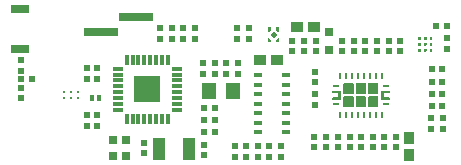
<source format=gtp>
G04*
G04 #@! TF.GenerationSoftware,Altium Limited,Altium Designer,25.4.2 (15)*
G04*
G04 Layer_Color=8421504*
%FSLAX44Y44*%
%MOMM*%
G71*
G04*
G04 #@! TF.SameCoordinates,0B5DAD5C-0C0E-4793-B882-C7F6C3490101*
G04*
G04*
G04 #@! TF.FilePolarity,Positive*
G04*
G01*
G75*
%ADD17R,0.6200X0.6200*%
%ADD18R,0.6000X0.2400*%
%ADD19R,0.2400X0.6000*%
%ADD20R,3.0000X0.6500*%
%ADD21R,1.1000X1.9000*%
%ADD22R,0.6200X0.6200*%
%ADD23C,0.2450*%
%ADD24R,1.2700X1.3970*%
%ADD25R,0.5000X0.5000*%
%ADD26R,0.5000X0.5000*%
%ADD27R,1.6000X0.8000*%
%ADD28R,0.8000X0.8000*%
%ADD29R,0.9300X1.0100*%
%ADD30R,0.7000X0.7000*%
%ADD31R,0.3000X0.8128*%
%ADD32R,0.8128X0.3000*%
%ADD33R,2.2630X2.2630*%
%ADD34R,0.4000X0.5000*%
%ADD35R,0.2032X0.2032*%
%ADD36R,0.7500X0.3500*%
%ADD37R,1.0100X0.9300*%
G36*
X496298Y373848D02*
X495998D01*
X494198Y375648D01*
Y377848D01*
X496298D01*
Y373848D01*
D02*
G37*
G36*
X489798Y375648D02*
X487998Y373848D01*
X487698D01*
Y377848D01*
X489798D01*
Y375648D01*
D02*
G37*
G36*
X495180Y371348D02*
X491998Y368166D01*
X488816Y371348D01*
X491998Y374530D01*
X495180Y371348D01*
D02*
G37*
G36*
X626125Y369450D02*
X626145D01*
X626175Y369440D01*
X626195D01*
X626225Y369430D01*
X626245Y369420D01*
X626275Y369410D01*
X626295Y369390D01*
X626315Y369380D01*
X626335Y369360D01*
X626355Y369350D01*
X626375Y369330D01*
X626395Y369310D01*
X626415Y369290D01*
X626435Y369270D01*
X626445Y369250D01*
X626465Y369230D01*
X626475Y369210D01*
X626495Y369190D01*
X626505Y369160D01*
X626515Y369140D01*
X626525Y369110D01*
Y369090D01*
X626535Y369060D01*
Y369040D01*
X626545Y369010D01*
Y368990D01*
Y368960D01*
Y367460D01*
Y367430D01*
Y367410D01*
X626535Y367380D01*
Y367360D01*
X626525Y367330D01*
Y367310D01*
X626515Y367280D01*
X626505Y367260D01*
X626495Y367230D01*
X626475Y367210D01*
X626465Y367190D01*
X626445Y367170D01*
X626435Y367150D01*
X626415Y367130D01*
X626395Y367110D01*
X626375Y367090D01*
X626355Y367070D01*
X626335Y367060D01*
X626315Y367040D01*
X626295Y367030D01*
X626275Y367010D01*
X626245Y367000D01*
X626225Y366990D01*
X626195Y366980D01*
X626175D01*
X626145Y366970D01*
X626125D01*
X626095Y366960D01*
X624495D01*
X624465Y366970D01*
X624445D01*
X624415Y366980D01*
X624395D01*
X624365Y366990D01*
X624345Y367000D01*
X624315Y367010D01*
X624295Y367030D01*
X624275Y367040D01*
X624255Y367060D01*
X624235Y367070D01*
X624215Y367090D01*
X624195Y367110D01*
X624175Y367130D01*
X624155Y367150D01*
X624145Y367170D01*
X624125Y367190D01*
X624115Y367210D01*
X624095Y367230D01*
X624085Y367260D01*
X624075Y367280D01*
X624065Y367310D01*
Y367330D01*
X624055Y367360D01*
Y367380D01*
X624045Y367410D01*
Y367430D01*
Y367460D01*
Y368960D01*
Y368990D01*
Y369010D01*
X624055Y369040D01*
Y369060D01*
X624065Y369090D01*
Y369110D01*
X624075Y369140D01*
X624085Y369160D01*
X624095Y369190D01*
X624115Y369210D01*
X624125Y369230D01*
X624145Y369250D01*
X624155Y369270D01*
X624175Y369290D01*
X624195Y369310D01*
X624215Y369330D01*
X624235Y369350D01*
X624255Y369360D01*
X624275Y369380D01*
X624295Y369390D01*
X624315Y369410D01*
X624345Y369420D01*
X624365Y369430D01*
X624395Y369440D01*
X624415D01*
X624445Y369450D01*
X624465D01*
X624495Y369460D01*
X626095D01*
X626125Y369450D01*
D02*
G37*
G36*
X621125D02*
X621145D01*
X621175Y369440D01*
X621195D01*
X621225Y369430D01*
X621245Y369420D01*
X621275Y369410D01*
X621295Y369390D01*
X621315Y369380D01*
X621335Y369360D01*
X621355Y369350D01*
X621375Y369330D01*
X621395Y369310D01*
X621415Y369290D01*
X621435Y369270D01*
X621445Y369250D01*
X621465Y369230D01*
X621475Y369210D01*
X621495Y369190D01*
X621505Y369160D01*
X621515Y369140D01*
X621525Y369110D01*
Y369090D01*
X621535Y369060D01*
Y369040D01*
X621545Y369010D01*
Y368990D01*
Y368960D01*
Y367460D01*
Y367430D01*
Y367410D01*
X621535Y367380D01*
Y367360D01*
X621525Y367330D01*
Y367310D01*
X621515Y367280D01*
X621505Y367260D01*
X621495Y367230D01*
X621475Y367210D01*
X621465Y367190D01*
X621445Y367170D01*
X621435Y367150D01*
X621415Y367130D01*
X621395Y367110D01*
X621375Y367090D01*
X621355Y367070D01*
X621335Y367060D01*
X621315Y367040D01*
X621295Y367030D01*
X621275Y367010D01*
X621245Y367000D01*
X621225Y366990D01*
X621195Y366980D01*
X621175D01*
X621145Y366970D01*
X621125D01*
X621095Y366960D01*
X619495D01*
X619465Y366970D01*
X619445D01*
X619415Y366980D01*
X619395D01*
X619365Y366990D01*
X619345Y367000D01*
X619315Y367010D01*
X619295Y367030D01*
X619275Y367040D01*
X619255Y367060D01*
X619235Y367070D01*
X619215Y367090D01*
X619195Y367110D01*
X619175Y367130D01*
X619155Y367150D01*
X619145Y367170D01*
X619125Y367190D01*
X619115Y367210D01*
X619095Y367230D01*
X619085Y367260D01*
X619075Y367280D01*
X619065Y367310D01*
Y367330D01*
X619055Y367360D01*
Y367380D01*
X619045Y367410D01*
Y367430D01*
Y367460D01*
Y368960D01*
Y368990D01*
Y369010D01*
X619055Y369040D01*
Y369060D01*
X619065Y369090D01*
Y369110D01*
X619075Y369140D01*
X619085Y369160D01*
X619095Y369190D01*
X619115Y369210D01*
X619125Y369230D01*
X619145Y369250D01*
X619155Y369270D01*
X619175Y369290D01*
X619195Y369310D01*
X619215Y369330D01*
X619235Y369350D01*
X619255Y369360D01*
X619275Y369380D01*
X619295Y369390D01*
X619315Y369410D01*
X619345Y369420D01*
X619365Y369430D01*
X619395Y369440D01*
X619415D01*
X619445Y369450D01*
X619465D01*
X619495Y369460D01*
X621095D01*
X621125Y369450D01*
D02*
G37*
G36*
X616125D02*
X616145D01*
X616175Y369440D01*
X616195D01*
X616225Y369430D01*
X616245Y369420D01*
X616275Y369410D01*
X616295Y369390D01*
X616315Y369380D01*
X616335Y369360D01*
X616355Y369350D01*
X616375Y369330D01*
X616395Y369310D01*
X616415Y369290D01*
X616435Y369270D01*
X616445Y369250D01*
X616465Y369230D01*
X616475Y369210D01*
X616495Y369190D01*
X616505Y369160D01*
X616515Y369140D01*
X616525Y369110D01*
Y369090D01*
X616535Y369060D01*
Y369040D01*
X616545Y369010D01*
Y368990D01*
Y368960D01*
Y367460D01*
Y367430D01*
Y367410D01*
X616535Y367380D01*
Y367360D01*
X616525Y367330D01*
Y367310D01*
X616515Y367280D01*
X616505Y367260D01*
X616495Y367230D01*
X616475Y367210D01*
X616465Y367190D01*
X616445Y367170D01*
X616435Y367150D01*
X616415Y367130D01*
X616395Y367110D01*
X616375Y367090D01*
X616355Y367070D01*
X616335Y367060D01*
X616315Y367040D01*
X616295Y367030D01*
X616275Y367010D01*
X616245Y367000D01*
X616225Y366990D01*
X616195Y366980D01*
X616175D01*
X616145Y366970D01*
X616125D01*
X616095Y366960D01*
X614495D01*
X614465Y366970D01*
X614445D01*
X614415Y366980D01*
X614395D01*
X614365Y366990D01*
X614345Y367000D01*
X614315Y367010D01*
X614295Y367030D01*
X614275Y367040D01*
X614255Y367060D01*
X614235Y367070D01*
X614215Y367090D01*
X614195Y367110D01*
X614175Y367130D01*
X614155Y367150D01*
X614145Y367170D01*
X614125Y367190D01*
X614115Y367210D01*
X614095Y367230D01*
X614085Y367260D01*
X614075Y367280D01*
X614065Y367310D01*
Y367330D01*
X614055Y367360D01*
Y367380D01*
X614045Y367410D01*
Y367430D01*
Y367460D01*
Y368960D01*
Y368990D01*
Y369010D01*
X614055Y369040D01*
Y369060D01*
X614065Y369090D01*
Y369110D01*
X614075Y369140D01*
X614085Y369160D01*
X614095Y369190D01*
X614115Y369210D01*
X614125Y369230D01*
X614145Y369250D01*
X614155Y369270D01*
X614175Y369290D01*
X614195Y369310D01*
X614215Y369330D01*
X614235Y369350D01*
X614255Y369360D01*
X614275Y369380D01*
X614295Y369390D01*
X614315Y369410D01*
X614345Y369420D01*
X614365Y369430D01*
X614395Y369440D01*
X614415D01*
X614445Y369450D01*
X614465D01*
X614495Y369460D01*
X616095D01*
X616125Y369450D01*
D02*
G37*
G36*
X496298Y364848D02*
X494198D01*
Y367048D01*
X495998Y368848D01*
X496298D01*
Y364848D01*
D02*
G37*
G36*
X489798Y367048D02*
Y364848D01*
X487698D01*
Y368848D01*
X487998D01*
X489798Y367048D01*
D02*
G37*
G36*
X626125Y364450D02*
X626145D01*
X626175Y364440D01*
X626195D01*
X626225Y364430D01*
X626245Y364420D01*
X626275Y364410D01*
X626295Y364390D01*
X626315Y364380D01*
X626335Y364360D01*
X626355Y364350D01*
X626375Y364330D01*
X626395Y364310D01*
X626415Y364290D01*
X626435Y364270D01*
X626445Y364250D01*
X626465Y364230D01*
X626475Y364210D01*
X626495Y364190D01*
X626505Y364160D01*
X626515Y364140D01*
X626525Y364110D01*
Y364090D01*
X626535Y364060D01*
Y364040D01*
X626545Y364010D01*
Y363990D01*
Y363960D01*
Y362460D01*
Y362430D01*
Y362410D01*
X626535Y362380D01*
Y362360D01*
X626525Y362330D01*
Y362310D01*
X626515Y362280D01*
X626505Y362260D01*
X626495Y362230D01*
X626475Y362210D01*
X626465Y362190D01*
X626445Y362170D01*
X626435Y362150D01*
X626415Y362130D01*
X626395Y362110D01*
X626375Y362090D01*
X626355Y362070D01*
X626335Y362060D01*
X626315Y362040D01*
X626295Y362030D01*
X626275Y362010D01*
X626245Y362000D01*
X626225Y361990D01*
X626195Y361980D01*
X626175D01*
X626145Y361970D01*
X626125D01*
X626095Y361960D01*
X624495D01*
X624465Y361970D01*
X624445D01*
X624415Y361980D01*
X624395D01*
X624365Y361990D01*
X624345Y362000D01*
X624315Y362010D01*
X624295Y362030D01*
X624275Y362040D01*
X624255Y362060D01*
X624235Y362070D01*
X624215Y362090D01*
X624195Y362110D01*
X624175Y362130D01*
X624155Y362150D01*
X624145Y362170D01*
X624125Y362190D01*
X624115Y362210D01*
X624095Y362230D01*
X624085Y362260D01*
X624075Y362280D01*
X624065Y362310D01*
Y362330D01*
X624055Y362360D01*
Y362380D01*
X624045Y362410D01*
Y362430D01*
Y362460D01*
Y363960D01*
Y363990D01*
Y364010D01*
X624055Y364040D01*
Y364060D01*
X624065Y364090D01*
Y364110D01*
X624075Y364140D01*
X624085Y364160D01*
X624095Y364190D01*
X624115Y364210D01*
X624125Y364230D01*
X624145Y364250D01*
X624155Y364270D01*
X624175Y364290D01*
X624195Y364310D01*
X624215Y364330D01*
X624235Y364350D01*
X624255Y364360D01*
X624275Y364380D01*
X624295Y364390D01*
X624315Y364410D01*
X624345Y364420D01*
X624365Y364430D01*
X624395Y364440D01*
X624415D01*
X624445Y364450D01*
X624465D01*
X624495Y364460D01*
X626095D01*
X626125Y364450D01*
D02*
G37*
G36*
X621125D02*
X621145D01*
X621175Y364440D01*
X621195D01*
X621225Y364430D01*
X621245Y364420D01*
X621275Y364410D01*
X621295Y364390D01*
X621315Y364380D01*
X621335Y364360D01*
X621355Y364350D01*
X621375Y364330D01*
X621395Y364310D01*
X621415Y364290D01*
X621435Y364270D01*
X621445Y364250D01*
X621465Y364230D01*
X621475Y364210D01*
X621495Y364190D01*
X621505Y364160D01*
X621515Y364140D01*
X621525Y364110D01*
Y364090D01*
X621535Y364060D01*
Y364040D01*
X621545Y364010D01*
Y363990D01*
Y363960D01*
Y362460D01*
Y362430D01*
Y362410D01*
X621535Y362380D01*
Y362360D01*
X621525Y362330D01*
Y362310D01*
X621515Y362280D01*
X621505Y362260D01*
X621495Y362230D01*
X621475Y362210D01*
X621465Y362190D01*
X621445Y362170D01*
X621435Y362150D01*
X621415Y362130D01*
X621395Y362110D01*
X621375Y362090D01*
X621355Y362070D01*
X621335Y362060D01*
X621315Y362040D01*
X621295Y362030D01*
X621275Y362010D01*
X621245Y362000D01*
X621225Y361990D01*
X621195Y361980D01*
X621175D01*
X621145Y361970D01*
X621125D01*
X621095Y361960D01*
X619495D01*
X619465Y361970D01*
X619445D01*
X619415Y361980D01*
X619395D01*
X619365Y361990D01*
X619345Y362000D01*
X619315Y362010D01*
X619295Y362030D01*
X619275Y362040D01*
X619255Y362060D01*
X619235Y362070D01*
X619215Y362090D01*
X619195Y362110D01*
X619175Y362130D01*
X619155Y362150D01*
X619145Y362170D01*
X619125Y362190D01*
X619115Y362210D01*
X619095Y362230D01*
X619085Y362260D01*
X619075Y362280D01*
X619065Y362310D01*
Y362330D01*
X619055Y362360D01*
Y362380D01*
X619045Y362410D01*
Y362430D01*
Y362460D01*
Y363960D01*
Y363990D01*
Y364010D01*
X619055Y364040D01*
Y364060D01*
X619065Y364090D01*
Y364110D01*
X619075Y364140D01*
X619085Y364160D01*
X619095Y364190D01*
X619115Y364210D01*
X619125Y364230D01*
X619145Y364250D01*
X619155Y364270D01*
X619175Y364290D01*
X619195Y364310D01*
X619215Y364330D01*
X619235Y364350D01*
X619255Y364360D01*
X619275Y364380D01*
X619295Y364390D01*
X619315Y364410D01*
X619345Y364420D01*
X619365Y364430D01*
X619395Y364440D01*
X619415D01*
X619445Y364450D01*
X619465D01*
X619495Y364460D01*
X621095D01*
X621125Y364450D01*
D02*
G37*
G36*
X616125D02*
X616145D01*
X616175Y364440D01*
X616195D01*
X616225Y364430D01*
X616245Y364420D01*
X616275Y364410D01*
X616295Y364390D01*
X616315Y364380D01*
X616335Y364360D01*
X616355Y364350D01*
X616375Y364330D01*
X616395Y364310D01*
X616415Y364290D01*
X616435Y364270D01*
X616445Y364250D01*
X616465Y364230D01*
X616475Y364210D01*
X616495Y364190D01*
X616505Y364160D01*
X616515Y364140D01*
X616525Y364110D01*
Y364090D01*
X616535Y364060D01*
Y364040D01*
X616545Y364010D01*
Y363990D01*
Y363960D01*
Y362460D01*
Y362430D01*
Y362410D01*
X616535Y362380D01*
Y362360D01*
X616525Y362330D01*
Y362310D01*
X616515Y362280D01*
X616505Y362260D01*
X616495Y362230D01*
X616475Y362210D01*
X616465Y362190D01*
X616445Y362170D01*
X616435Y362150D01*
X616415Y362130D01*
X616395Y362110D01*
X616375Y362090D01*
X616355Y362070D01*
X616335Y362060D01*
X616315Y362040D01*
X616295Y362030D01*
X616275Y362010D01*
X616245Y362000D01*
X616225Y361990D01*
X616195Y361980D01*
X616175D01*
X616145Y361970D01*
X616125D01*
X616095Y361960D01*
X614495D01*
X614465Y361970D01*
X614445D01*
X614415Y361980D01*
X614395D01*
X614365Y361990D01*
X614345Y362000D01*
X614315Y362010D01*
X614295Y362030D01*
X614275Y362040D01*
X614255Y362060D01*
X614235Y362070D01*
X614215Y362090D01*
X614195Y362110D01*
X614175Y362130D01*
X614155Y362150D01*
X614145Y362170D01*
X614125Y362190D01*
X614115Y362210D01*
X614095Y362230D01*
X614085Y362260D01*
X614075Y362280D01*
X614065Y362310D01*
Y362330D01*
X614055Y362360D01*
Y362380D01*
X614045Y362410D01*
Y362430D01*
Y362460D01*
Y363960D01*
Y363990D01*
Y364010D01*
X614055Y364040D01*
Y364060D01*
X614065Y364090D01*
Y364110D01*
X614075Y364140D01*
X614085Y364160D01*
X614095Y364190D01*
X614115Y364210D01*
X614125Y364230D01*
X614145Y364250D01*
X614155Y364270D01*
X614175Y364290D01*
X614195Y364310D01*
X614215Y364330D01*
X614235Y364350D01*
X614255Y364360D01*
X614275Y364380D01*
X614295Y364390D01*
X614315Y364410D01*
X614345Y364420D01*
X614365Y364430D01*
X614395Y364440D01*
X614415D01*
X614445Y364450D01*
X614465D01*
X614495Y364460D01*
X616095D01*
X616125Y364450D01*
D02*
G37*
G36*
X626125Y359450D02*
X626145D01*
X626175Y359440D01*
X626195D01*
X626225Y359430D01*
X626245Y359420D01*
X626275Y359410D01*
X626295Y359390D01*
X626315Y359380D01*
X626335Y359360D01*
X626355Y359350D01*
X626375Y359330D01*
X626395Y359310D01*
X626415Y359290D01*
X626435Y359270D01*
X626445Y359250D01*
X626465Y359230D01*
X626475Y359210D01*
X626495Y359190D01*
X626505Y359160D01*
X626515Y359140D01*
X626525Y359110D01*
Y359090D01*
X626535Y359060D01*
Y359040D01*
X626545Y359010D01*
Y358990D01*
Y358960D01*
Y357460D01*
Y357430D01*
Y357410D01*
X626535Y357380D01*
Y357360D01*
X626525Y357330D01*
Y357310D01*
X626515Y357280D01*
X626505Y357260D01*
X626495Y357230D01*
X626475Y357210D01*
X626465Y357190D01*
X626445Y357170D01*
X626435Y357150D01*
X626415Y357130D01*
X626395Y357110D01*
X626375Y357090D01*
X626355Y357070D01*
X626335Y357060D01*
X626315Y357040D01*
X626295Y357030D01*
X626275Y357010D01*
X626245Y357000D01*
X626225Y356990D01*
X626195Y356980D01*
X626175D01*
X626145Y356970D01*
X626125D01*
X626095Y356960D01*
X624495D01*
X624465Y356970D01*
X624445D01*
X624415Y356980D01*
X624395D01*
X624365Y356990D01*
X624345Y357000D01*
X624315Y357010D01*
X624295Y357030D01*
X624275Y357040D01*
X624255Y357060D01*
X624235Y357070D01*
X624215Y357090D01*
X624195Y357110D01*
X624175Y357130D01*
X624155Y357150D01*
X624145Y357170D01*
X624125Y357190D01*
X624115Y357210D01*
X624095Y357230D01*
X624085Y357260D01*
X624075Y357280D01*
X624065Y357310D01*
Y357330D01*
X624055Y357360D01*
Y357380D01*
X624045Y357410D01*
Y357430D01*
Y357460D01*
Y358960D01*
Y358990D01*
Y359010D01*
X624055Y359040D01*
Y359060D01*
X624065Y359090D01*
Y359110D01*
X624075Y359140D01*
X624085Y359160D01*
X624095Y359190D01*
X624115Y359210D01*
X624125Y359230D01*
X624145Y359250D01*
X624155Y359270D01*
X624175Y359290D01*
X624195Y359310D01*
X624215Y359330D01*
X624235Y359350D01*
X624255Y359360D01*
X624275Y359380D01*
X624295Y359390D01*
X624315Y359410D01*
X624345Y359420D01*
X624365Y359430D01*
X624395Y359440D01*
X624415D01*
X624445Y359450D01*
X624465D01*
X624495Y359460D01*
X626095D01*
X626125Y359450D01*
D02*
G37*
G36*
X621125D02*
X621145D01*
X621175Y359440D01*
X621195D01*
X621225Y359430D01*
X621245Y359420D01*
X621275Y359410D01*
X621295Y359390D01*
X621315Y359380D01*
X621335Y359360D01*
X621355Y359350D01*
X621375Y359330D01*
X621395Y359310D01*
X621415Y359290D01*
X621435Y359270D01*
X621445Y359250D01*
X621465Y359230D01*
X621475Y359210D01*
X621495Y359190D01*
X621505Y359160D01*
X621515Y359140D01*
X621525Y359110D01*
Y359090D01*
X621535Y359060D01*
Y359040D01*
X621545Y359010D01*
Y358990D01*
Y358960D01*
Y357460D01*
Y357430D01*
Y357410D01*
X621535Y357380D01*
Y357360D01*
X621525Y357330D01*
Y357310D01*
X621515Y357280D01*
X621505Y357260D01*
X621495Y357230D01*
X621475Y357210D01*
X621465Y357190D01*
X621445Y357170D01*
X621435Y357150D01*
X621415Y357130D01*
X621395Y357110D01*
X621375Y357090D01*
X621355Y357070D01*
X621335Y357060D01*
X621315Y357040D01*
X621295Y357030D01*
X621275Y357010D01*
X621245Y357000D01*
X621225Y356990D01*
X621195Y356980D01*
X621175D01*
X621145Y356970D01*
X621125D01*
X621095Y356960D01*
X619495D01*
X619465Y356970D01*
X619445D01*
X619415Y356980D01*
X619395D01*
X619365Y356990D01*
X619345Y357000D01*
X619315Y357010D01*
X619295Y357030D01*
X619275Y357040D01*
X619255Y357060D01*
X619235Y357070D01*
X619215Y357090D01*
X619195Y357110D01*
X619175Y357130D01*
X619155Y357150D01*
X619145Y357170D01*
X619125Y357190D01*
X619115Y357210D01*
X619095Y357230D01*
X619085Y357260D01*
X619075Y357280D01*
X619065Y357310D01*
Y357330D01*
X619055Y357360D01*
Y357380D01*
X619045Y357410D01*
Y357430D01*
Y357460D01*
Y358960D01*
Y358990D01*
Y359010D01*
X619055Y359040D01*
Y359060D01*
X619065Y359090D01*
Y359110D01*
X619075Y359140D01*
X619085Y359160D01*
X619095Y359190D01*
X619115Y359210D01*
X619125Y359230D01*
X619145Y359250D01*
X619155Y359270D01*
X619175Y359290D01*
X619195Y359310D01*
X619215Y359330D01*
X619235Y359350D01*
X619255Y359360D01*
X619275Y359380D01*
X619295Y359390D01*
X619315Y359410D01*
X619345Y359420D01*
X619365Y359430D01*
X619395Y359440D01*
X619415D01*
X619445Y359450D01*
X619465D01*
X619495Y359460D01*
X621095D01*
X621125Y359450D01*
D02*
G37*
G36*
X616125D02*
X616145D01*
X616175Y359440D01*
X616195D01*
X616225Y359430D01*
X616245Y359420D01*
X616275Y359410D01*
X616295Y359390D01*
X616315Y359380D01*
X616335Y359360D01*
X616355Y359350D01*
X616375Y359330D01*
X616395Y359310D01*
X616415Y359290D01*
X616435Y359270D01*
X616445Y359250D01*
X616465Y359230D01*
X616475Y359210D01*
X616495Y359190D01*
X616505Y359160D01*
X616515Y359140D01*
X616525Y359110D01*
Y359090D01*
X616535Y359060D01*
Y359040D01*
X616545Y359010D01*
Y358990D01*
Y358960D01*
Y357460D01*
Y357430D01*
Y357410D01*
X616535Y357380D01*
Y357360D01*
X616525Y357330D01*
Y357310D01*
X616515Y357280D01*
X616505Y357260D01*
X616495Y357230D01*
X616475Y357210D01*
X616465Y357190D01*
X616445Y357170D01*
X616435Y357150D01*
X616415Y357130D01*
X616395Y357110D01*
X616375Y357090D01*
X616355Y357070D01*
X616335Y357060D01*
X616315Y357040D01*
X616295Y357030D01*
X616275Y357010D01*
X616245Y357000D01*
X616225Y356990D01*
X616195Y356980D01*
X616175D01*
X616145Y356970D01*
X616125D01*
X616095Y356960D01*
X614495D01*
X614465Y356970D01*
X614445D01*
X614415Y356980D01*
X614395D01*
X614365Y356990D01*
X614345Y357000D01*
X614315Y357010D01*
X614295Y357030D01*
X614275Y357040D01*
X614255Y357060D01*
X614235Y357070D01*
X614215Y357090D01*
X614195Y357110D01*
X614175Y357130D01*
X614155Y357150D01*
X614145Y357170D01*
X614125Y357190D01*
X614115Y357210D01*
X614095Y357230D01*
X614085Y357260D01*
X614075Y357280D01*
X614065Y357310D01*
Y357330D01*
X614055Y357360D01*
Y357380D01*
X614045Y357410D01*
Y357430D01*
Y357460D01*
Y358960D01*
Y358990D01*
Y359010D01*
X614055Y359040D01*
Y359060D01*
X614065Y359090D01*
Y359110D01*
X614075Y359140D01*
X614085Y359160D01*
X614095Y359190D01*
X614115Y359210D01*
X614125Y359230D01*
X614145Y359250D01*
X614155Y359270D01*
X614175Y359290D01*
X614195Y359310D01*
X614215Y359330D01*
X614235Y359350D01*
X614255Y359360D01*
X614275Y359380D01*
X614295Y359390D01*
X614315Y359410D01*
X614345Y359420D01*
X614365Y359430D01*
X614395Y359440D01*
X614415D01*
X614445Y359450D01*
X614465D01*
X614495Y359460D01*
X616095D01*
X616125Y359450D01*
D02*
G37*
G36*
X580279Y330221D02*
X580375Y330192D01*
X580463Y330145D01*
X580541Y330082D01*
X580604Y330004D01*
X580651Y329916D01*
X580680Y329821D01*
X580690Y329721D01*
Y321541D01*
X580680Y321441D01*
X580651Y321346D01*
X580604Y321258D01*
X580541Y321180D01*
X580463Y321117D01*
X580375Y321070D01*
X580279Y321041D01*
X580180Y321031D01*
X572700D01*
X572600Y321041D01*
X572505Y321070D01*
X572417Y321117D01*
X572339Y321180D01*
X572276Y321258D01*
X572229Y321346D01*
X572200Y321441D01*
X572190Y321541D01*
Y329721D01*
X572200Y329821D01*
X572229Y329916D01*
X572276Y330004D01*
X572339Y330082D01*
X572417Y330145D01*
X572505Y330192D01*
X572600Y330221D01*
X572700Y330231D01*
X580180D01*
X580279Y330221D01*
D02*
G37*
G36*
X569779D02*
X569875Y330192D01*
X569963Y330145D01*
X570041Y330082D01*
X570104Y330004D01*
X570151Y329916D01*
X570180Y329821D01*
X570190Y329721D01*
Y321541D01*
X570180Y321441D01*
X570151Y321346D01*
X570104Y321258D01*
X570041Y321180D01*
X569963Y321117D01*
X569875Y321070D01*
X569779Y321041D01*
X569680Y321031D01*
X562200D01*
X562100Y321041D01*
X562005Y321070D01*
X561917Y321117D01*
X561839Y321180D01*
X561776Y321258D01*
X561729Y321346D01*
X561700Y321441D01*
X561690Y321541D01*
Y329721D01*
X561700Y329821D01*
X561729Y329916D01*
X561776Y330004D01*
X561839Y330082D01*
X561917Y330145D01*
X562005Y330192D01*
X562100Y330221D01*
X562200Y330231D01*
X569680D01*
X569779Y330221D01*
D02*
G37*
G36*
X559279D02*
X559375Y330192D01*
X559463Y330145D01*
X559540Y330082D01*
X559604Y330004D01*
X559651Y329916D01*
X559680Y329821D01*
X559690Y329721D01*
Y321541D01*
X559680Y321441D01*
X559651Y321346D01*
X559604Y321258D01*
X559540Y321180D01*
X559463Y321117D01*
X559375Y321070D01*
X559279Y321041D01*
X559180Y321031D01*
X551700D01*
X551600Y321041D01*
X551505Y321070D01*
X551417Y321117D01*
X551339Y321180D01*
X551276Y321258D01*
X551229Y321346D01*
X551200Y321441D01*
X551190Y321541D01*
Y329721D01*
X551200Y329821D01*
X551229Y329916D01*
X551276Y330004D01*
X551339Y330082D01*
X551417Y330145D01*
X551505Y330192D01*
X551600Y330221D01*
X551700Y330231D01*
X559180D01*
X559279Y330221D01*
D02*
G37*
G36*
X590441Y323280D02*
Y322280D01*
X589941Y321780D01*
X585191D01*
Y318280D01*
X589941D01*
X590441Y317780D01*
Y316780D01*
X589941Y316280D01*
X583191D01*
X582691Y316780D01*
Y323280D01*
X583191Y323780D01*
X589941D01*
X590441Y323280D01*
D02*
G37*
G36*
X549189D02*
Y316780D01*
X548689Y316280D01*
X541939D01*
X541439Y316780D01*
Y317780D01*
X541939Y318280D01*
X546689D01*
Y321780D01*
X541939D01*
X541439Y322280D01*
Y323280D01*
X541939Y323780D01*
X548689D01*
X549189Y323280D01*
D02*
G37*
G36*
X580279Y319021D02*
X580375Y318992D01*
X580463Y318945D01*
X580541Y318882D01*
X580604Y318804D01*
X580651Y318716D01*
X580680Y318621D01*
X580690Y318521D01*
Y310341D01*
X580680Y310242D01*
X580651Y310146D01*
X580604Y310058D01*
X580541Y309980D01*
X580463Y309917D01*
X580375Y309870D01*
X580279Y309841D01*
X580180Y309831D01*
X572700D01*
X572600Y309841D01*
X572505Y309870D01*
X572417Y309917D01*
X572339Y309980D01*
X572276Y310058D01*
X572229Y310146D01*
X572200Y310242D01*
X572190Y310341D01*
Y318521D01*
X572200Y318621D01*
X572229Y318716D01*
X572276Y318804D01*
X572339Y318882D01*
X572417Y318945D01*
X572505Y318992D01*
X572600Y319021D01*
X572700Y319031D01*
X580180D01*
X580279Y319021D01*
D02*
G37*
G36*
X569779D02*
X569875Y318992D01*
X569963Y318945D01*
X570041Y318882D01*
X570104Y318804D01*
X570151Y318716D01*
X570180Y318621D01*
X570190Y318521D01*
Y310341D01*
X570180Y310242D01*
X570151Y310146D01*
X570104Y310058D01*
X570041Y309980D01*
X569963Y309917D01*
X569875Y309870D01*
X569779Y309841D01*
X569680Y309831D01*
X562200D01*
X562100Y309841D01*
X562005Y309870D01*
X561917Y309917D01*
X561839Y309980D01*
X561776Y310058D01*
X561729Y310146D01*
X561700Y310242D01*
X561690Y310341D01*
Y318521D01*
X561700Y318621D01*
X561729Y318716D01*
X561776Y318804D01*
X561839Y318882D01*
X561917Y318945D01*
X562005Y318992D01*
X562100Y319021D01*
X562200Y319031D01*
X569680D01*
X569779Y319021D01*
D02*
G37*
G36*
X559279D02*
X559375Y318992D01*
X559463Y318945D01*
X559540Y318882D01*
X559604Y318804D01*
X559651Y318716D01*
X559680Y318621D01*
X559690Y318521D01*
Y310341D01*
X559680Y310242D01*
X559651Y310146D01*
X559604Y310058D01*
X559540Y309980D01*
X559463Y309917D01*
X559375Y309870D01*
X559279Y309841D01*
X559180Y309831D01*
X551700D01*
X551600Y309841D01*
X551505Y309870D01*
X551417Y309917D01*
X551339Y309980D01*
X551276Y310058D01*
X551229Y310146D01*
X551200Y310242D01*
X551190Y310341D01*
Y318521D01*
X551200Y318621D01*
X551229Y318716D01*
X551276Y318804D01*
X551339Y318882D01*
X551417Y318945D01*
X551505Y318992D01*
X551600Y319021D01*
X551700Y319031D01*
X559180D01*
X559279Y319021D01*
D02*
G37*
D17*
X395986Y367734D02*
D03*
Y376734D02*
D03*
X425450Y367864D02*
D03*
Y376864D02*
D03*
X461518Y338400D02*
D03*
Y347400D02*
D03*
X566193Y285036D02*
D03*
Y276036D02*
D03*
X556287Y285036D02*
D03*
Y276036D02*
D03*
X638583Y359218D02*
D03*
Y368218D02*
D03*
X599186Y366196D02*
D03*
Y357196D02*
D03*
X433070Y278312D02*
D03*
Y269312D02*
D03*
X382016Y279836D02*
D03*
Y270836D02*
D03*
X442214Y338452D02*
D03*
Y347452D02*
D03*
X451866Y338400D02*
D03*
Y347400D02*
D03*
X589509Y357186D02*
D03*
Y366186D02*
D03*
X579603Y357186D02*
D03*
Y366186D02*
D03*
X569697Y357186D02*
D03*
Y366186D02*
D03*
X559791Y357186D02*
D03*
Y366186D02*
D03*
X527839Y366114D02*
D03*
Y357114D02*
D03*
X549683Y357186D02*
D03*
Y366186D02*
D03*
X576099Y285036D02*
D03*
Y276036D02*
D03*
X595657Y285036D02*
D03*
Y276036D02*
D03*
X585751Y285036D02*
D03*
Y276036D02*
D03*
X635281Y300654D02*
D03*
Y291654D02*
D03*
X625629Y300654D02*
D03*
Y291654D02*
D03*
X488442Y276716D02*
D03*
Y267716D02*
D03*
X498094Y276716D02*
D03*
Y267716D02*
D03*
X478536Y276716D02*
D03*
Y267716D02*
D03*
X468884Y276716D02*
D03*
Y267716D02*
D03*
X459232Y276716D02*
D03*
Y267716D02*
D03*
X507492Y366196D02*
D03*
Y357196D02*
D03*
X461212Y367864D02*
D03*
Y376864D02*
D03*
X470864Y367864D02*
D03*
Y376864D02*
D03*
X517652Y366196D02*
D03*
Y357196D02*
D03*
X546381Y276036D02*
D03*
Y285036D02*
D03*
X536475Y276036D02*
D03*
Y285036D02*
D03*
X526569Y276036D02*
D03*
Y285036D02*
D03*
X526823Y311720D02*
D03*
Y320720D02*
D03*
Y340096D02*
D03*
Y331096D02*
D03*
X405638Y367734D02*
D03*
Y376734D02*
D03*
X415544Y367734D02*
D03*
Y376734D02*
D03*
X432562Y338400D02*
D03*
Y347400D02*
D03*
D18*
X587440Y312530D02*
D03*
X544440D02*
D03*
Y327530D02*
D03*
X587440D02*
D03*
D19*
X583439Y303531D02*
D03*
X578439D02*
D03*
X573439D02*
D03*
X568439D02*
D03*
X563439D02*
D03*
X558439D02*
D03*
X553439D02*
D03*
X548439D02*
D03*
Y336531D02*
D03*
X553439D02*
D03*
X558439D02*
D03*
X563439D02*
D03*
X568439D02*
D03*
X573439D02*
D03*
X578439D02*
D03*
X583439D02*
D03*
D20*
X375934Y386588D02*
D03*
X345934Y373888D02*
D03*
D21*
X420170Y274320D02*
D03*
X395170D02*
D03*
D22*
X634955Y341874D02*
D03*
X625955D02*
D03*
X629511Y378450D02*
D03*
X638511D02*
D03*
X433396Y308864D02*
D03*
X442396D02*
D03*
X342828Y293878D02*
D03*
X333828D02*
D03*
X342828Y303530D02*
D03*
X333828D02*
D03*
X342828Y333756D02*
D03*
X333828D02*
D03*
X342828Y343408D02*
D03*
X333828D02*
D03*
X625955Y331460D02*
D03*
X634955D02*
D03*
X625955Y321300D02*
D03*
X634955D02*
D03*
X625955Y311140D02*
D03*
X634955D02*
D03*
X433396Y298958D02*
D03*
X442396D02*
D03*
X433142Y288798D02*
D03*
X442142D02*
D03*
D23*
X625295Y358210D02*
D03*
Y363210D02*
D03*
Y368210D02*
D03*
X620295Y358210D02*
D03*
Y363210D02*
D03*
Y368210D02*
D03*
X615295Y358210D02*
D03*
Y363210D02*
D03*
Y368210D02*
D03*
D24*
X437134Y323596D02*
D03*
X457454D02*
D03*
D25*
X278352Y349940D02*
D03*
Y340940D02*
D03*
X278384Y317572D02*
D03*
Y326572D02*
D03*
D26*
X278456Y333756D02*
D03*
X287456D02*
D03*
D27*
X277678Y393254D02*
D03*
Y359254D02*
D03*
D28*
X538761Y358004D02*
D03*
Y374004D02*
D03*
D29*
X606833Y283562D02*
D03*
Y269382D02*
D03*
D30*
X356446Y268590D02*
D03*
X366946D02*
D03*
Y282590D02*
D03*
X356446D02*
D03*
D31*
X392564Y349885D02*
D03*
X387564D02*
D03*
X382564D02*
D03*
X377564D02*
D03*
X372564D02*
D03*
X367564D02*
D03*
Y300355D02*
D03*
X372564D02*
D03*
X377564D02*
D03*
X382564D02*
D03*
X387564D02*
D03*
X392564D02*
D03*
X397564D02*
D03*
X402564D02*
D03*
X397564Y349885D02*
D03*
X402564D02*
D03*
D32*
X360299Y342620D02*
D03*
Y337620D02*
D03*
Y332620D02*
D03*
Y327620D02*
D03*
Y322620D02*
D03*
Y317620D02*
D03*
Y312620D02*
D03*
Y307620D02*
D03*
X409829D02*
D03*
Y312620D02*
D03*
Y317620D02*
D03*
Y322620D02*
D03*
Y327620D02*
D03*
Y332620D02*
D03*
Y337620D02*
D03*
Y342620D02*
D03*
D33*
X385064Y325120D02*
D03*
D34*
X344170Y317500D02*
D03*
X338170D02*
D03*
D35*
X314932D02*
D03*
X320802D02*
D03*
X326672D02*
D03*
Y322580D02*
D03*
X320802D02*
D03*
X314932D02*
D03*
D36*
X478728Y288928D02*
D03*
Y296928D02*
D03*
Y304928D02*
D03*
Y312928D02*
D03*
Y320928D02*
D03*
Y328928D02*
D03*
Y336928D02*
D03*
X502728D02*
D03*
Y328928D02*
D03*
Y320928D02*
D03*
Y312928D02*
D03*
Y304928D02*
D03*
Y296928D02*
D03*
Y288928D02*
D03*
D37*
X494516Y349758D02*
D03*
X480336D02*
D03*
X512086Y377444D02*
D03*
X526266D02*
D03*
M02*

</source>
